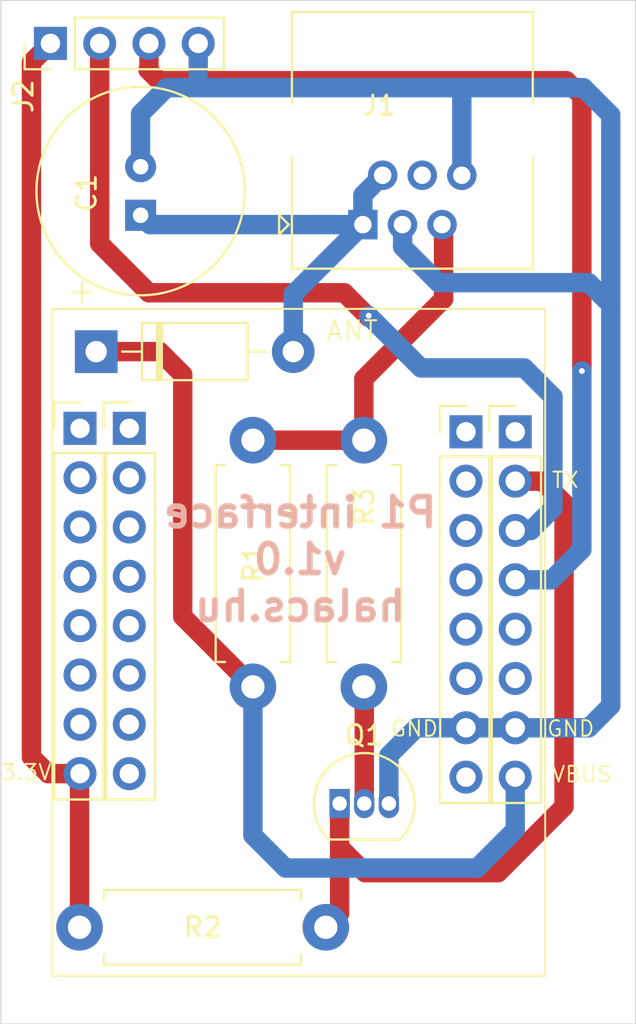
<source format=kicad_pcb>
(kicad_pcb (version 20240108) (generator "pcbnew") (generator_version "8.0")
  (layers (0 "F.Cu" signal) (31 "B.Cu" signal) (34 "B.Paste" user) (35 "F.Paste" user) (36 "B.SilkS" user "B.Silkscreen") (37 "F.SilkS" user "F.Silkscreen") (38 "B.Mask" user) (39 "F.Mask" user) (44 "Edge.Cuts" user))
  (net 0 "")
  (net 1 "Net-(D1-K)")
  (net 2 "+5V")
  (net 3 "GND")
  (net 4 "Net-(J1-Pad5)")
  (net 6 "Net-(Q1-C)")
  (net 7 "Net-(Q1-B)")
  (net 8 "+3.3V")
  (net 24 "Net-(J2-Pin_2)")
  (net 30 "Net-(J2-Pin_3)")
  (footprint "Package_TO_SOT_THT:TO-92_Inline" (layer "F.Cu") (at 145.2 63.21)
    (property "Reference" "Q1" (at 1.27 -3.52 0) (layer "F.SilkS"))
    (property "Value" "BC547")
    (fp_line (start -0.53 1.85) (end 3.07 1.85) (stroke (width 0.12)) (layer "F.SilkS"))
    (fp_arc (start -0.568478 1.838478) (mid -1.132087 -0.994977) (end 1.27 -2.6) (stroke (width 0.12)) (layer "F.SilkS"))
    (fp_arc (start 1.27 -2.6) (mid 3.672087 -0.994977) (end 3.108478 1.838478) (stroke (width 0.12)) (layer "F.SilkS"))
    (pad "1" thru_hole rect (at 0 0) (size 1.05 1.5) (drill 0.75) (layers "*.Cu" "*.Mask") (net 6 "Net-(Q1-C)"))
    (pad "2" thru_hole oval (at 1.27 0) (size 1.05 1.5) (drill 0.75) (layers "*.Cu" "*.Mask") (net 7 "Net-(Q1-B)"))
    (pad "3" thru_hole oval (at 2.54 0) (size 1.05 1.5) (drill 0.75) (layers "*.Cu" "*.Mask") (net 3 "GND"))
  )
  (footprint "Connector_RJ:RJ25_Wayconn_MJEA-660X1_Horizontal" (layer "F.Cu") (at 146.4 33.4 180)
    (property "Reference" "J1" (at -0.84 6.13 180) (layer "F.SilkS"))
    (property "Value" "RJ12")
    (fp_line (start 4.32 -0.5) (end 4.32 0.5) (stroke (width 0.12)) (layer "F.SilkS"))
    (fp_line (start 4.32 -0.5) (end 3.82 0) (stroke (width 0.12)) (layer "F.SilkS"))
    (fp_line (start 3.82 0) (end 4.32 0.5) (stroke (width 0.12)) (layer "F.SilkS"))
    (fp_line (start 3.66 6.22) (end 3.66 10.95) (stroke (width 0.12)) (layer "F.SilkS"))
    (fp_line (start 3.66 -2.27) (end 3.66 3.47) (stroke (width 0.12)) (layer "F.SilkS"))
    (fp_line (start -8.76 10.95) (end 3.66 10.95) (stroke (width 0.12)) (layer "F.SilkS"))
    (fp_line (start -8.76 6.22) (end -8.76 10.95) (stroke (width 0.12)) (layer "F.SilkS"))
    (fp_line (start -8.76 -2.27) (end 3.66 -2.27) (stroke (width 0.12)) (layer "F.SilkS"))
    (fp_line (start -8.76 -2.27) (end -8.76 3.47) (stroke (width 0.12)) (layer "F.SilkS"))
    (pad "" np_thru_hole circle (at -8.55 4.84 180) (size 2.3 2.3) (drill 2.3) (layers "*.Cu" "*.Mask"))
    (pad "" np_thru_hole circle (at 3.45 4.84 180) (size 2.3 2.3) (drill 2.3) (layers "*.Cu" "*.Mask"))
    (pad "1" thru_hole rect (at 0 0 180) (size 1.52 1.52) (drill 0.9) (layers "*.Cu" "*.Mask") (net 2 "+5V"))
    (pad "2" thru_hole circle (at -1.02 2.54 180) (size 1.52 1.52) (drill 0.9) (layers "*.Cu" "*.Mask") (net 2 "+5V"))
    (pad "3" thru_hole circle (at -2.04 0 180) (size 1.52 1.52) (drill 0.9) (layers "*.Cu" "*.Mask") (net 3 "GND"))
    (pad "4" thru_hole circle (at -3.06 2.54 180) (size 1.52 1.52) (drill 0.9) (layers "*.Cu" "*.Mask"))
    (pad "5" thru_hole circle (at -4.08 0 180) (size 1.52 1.52) (drill 0.9) (layers "*.Cu" "*.Mask") (net 4 "Net-(J1-Pad5)"))
    (pad "6" thru_hole circle (at -5.1 2.54 180) (size 1.52 1.52) (drill 0.9) (layers "*.Cu" "*.Mask") (net 3 "GND"))
  )
  (footprint "Connector_PinHeader_2.54mm:PinHeader_1x04_P2.54mm_Vertical" (layer "F.Cu") (at 130.29 24.07 90)
    (property "Reference" "J2" (at -2.72 -1.4 90) (layer "F.SilkS"))
    (property "Value" "I2C")
    (fp_line (start -1.33 -1.33) (end 0 -1.33) (stroke (width 0.12)) (layer "F.SilkS"))
    (fp_line (start -1.33 0) (end -1.33 -1.33) (stroke (width 0.12)) (layer "F.SilkS"))
    (fp_line (start 1.33 1.27) (end 1.33 8.95) (stroke (width 0.12)) (layer "F.SilkS"))
    (fp_line (start -1.33 1.27) (end 1.33 1.27) (stroke (width 0.12)) (layer "F.SilkS"))
    (fp_line (start -1.33 1.27) (end -1.33 8.95) (stroke (width 0.12)) (layer "F.SilkS"))
    (fp_line (start -1.33 8.95) (end 1.33 8.95) (stroke (width 0.12)) (layer "F.SilkS"))
    (pad "1" thru_hole rect (at 0 0 90) (size 1.7 1.7) (drill 1) (layers "*.Cu" "*.Mask") (net 8 "+3.3V"))
    (pad "2" thru_hole oval (at 0 2.54 90) (size 1.7 1.7) (drill 1) (layers "*.Cu" "*.Mask") (net 24 "Net-(J2-Pin_2)"))
    (pad "3" thru_hole oval (at 0 5.08 90) (size 1.7 1.7) (drill 1) (layers "*.Cu" "*.Mask") (net 30 "Net-(J2-Pin_3)"))
    (pad "4" thru_hole oval (at 0 7.62 90) (size 1.7 1.7) (drill 1) (layers "*.Cu" "*.Mask") (net 3 "GND"))
  )
  (footprint "Diode_THT:D_DO-41_SOD81_P10.16mm_Horizontal" (layer "F.Cu") (at 132.65 39.94)
    (property "Reference" "D1" (hide yes))
    (property "Value" "1N5819")
    (fp_line (start 1.34 0) (end 2.36 0) (stroke (width 0.12)) (layer "F.SilkS"))
    (fp_line (start 2.36 -1.47) (end 2.36 1.47) (stroke (width 0.12)) (layer "F.SilkS"))
    (fp_line (start 2.36 1.47) (end 7.8 1.47) (stroke (width 0.12)) (layer "F.SilkS"))
    (fp_line (start 3.14 -1.47) (end 3.14 1.47) (stroke (width 0.12)) (layer "F.SilkS"))
    (fp_line (start 3.26 -1.47) (end 3.26 1.47) (stroke (width 0.12)) (layer "F.SilkS"))
    (fp_line (start 3.38 -1.47) (end 3.38 1.47) (stroke (width 0.12)) (layer "F.SilkS"))
    (fp_line (start 7.8 -1.47) (end 2.36 -1.47) (stroke (width 0.12)) (layer "F.SilkS"))
    (fp_line (start 7.8 1.47) (end 7.8 -1.47) (stroke (width 0.12)) (layer "F.SilkS"))
    (fp_line (start 8.82 0) (end 7.8 0) (stroke (width 0.12)) (layer "F.SilkS"))
    (pad "1" thru_hole rect (at 0 0) (size 2.2 2.2) (drill 1.1) (layers "*.Cu" "*.Mask") (net 1 "Net-(D1-K)"))
    (pad "2" thru_hole oval (at 10.16 0) (size 2.2 2.2) (drill 1.1) (layers "*.Cu" "*.Mask") (net 2 "+5V"))
  )
  (footprint "Resistor_THT:R_Axial_DIN0411_L9.9mm_D3.6mm_P12.70mm_Horizontal" (layer "F.Cu") (at 140.73 57.199999 90)
    (property "Reference" "R1" (at 6.35 0 -90) (layer "F.SilkS"))
    (property "Value" "10K")
    (fp_line (start 11.42 -1.92) (end 11.42 -1.44) (stroke (width 0.12)) (layer "F.SilkS"))
    (fp_line (start 1.28 -1.92) (end 11.42 -1.92) (stroke (width 0.12)) (layer "F.SilkS"))
    (fp_line (start 1.28 -1.44) (end 1.28 -1.92) (stroke (width 0.12)) (layer "F.SilkS"))
    (fp_line (start 1.28 1.44) (end 1.28 1.92) (stroke (width 0.12)) (layer "F.SilkS"))
    (fp_line (start 11.42 1.92) (end 11.42 1.44) (stroke (width 0.12)) (layer "F.SilkS"))
    (fp_line (start 1.28 1.92) (end 11.42 1.92) (stroke (width 0.12)) (layer "F.SilkS"))
    (pad "1" thru_hole circle (at 0 0 90) (size 2.4 2.4) (drill 1.2) (layers "*.Cu" "*.Mask") (net 1 "Net-(D1-K)"))
    (pad "2" thru_hole oval (at 12.7 0 90) (size 2.4 2.4) (drill 1.2) (layers "*.Cu" "*.Mask") (net 4 "Net-(J1-Pad5)"))
  )
  (footprint "Capacitor_THT:CP_Radial_Tantal_D10.5mm_P2.50mm" (layer "F.Cu") (at 134.94 32.92 90)
    (property "Reference" "C1" (at 1.148934 -2.790001 -90) (layer "F.SilkS"))
    (property "Value" "C" (hide yes))
    (fp_line (start -3.972133 -3.54) (end -3.972133 -2.49) (stroke (width 0.12)) (layer "F.SilkS"))
    (fp_line (start -4.497133 -3.015) (end -3.447133 -3.015) (stroke (width 0.12)) (layer "F.SilkS"))
    (fp_circle (center 1.25 0) (end 6.62 0) (stroke (width 0.12)) (fill none) (layer "F.SilkS"))
    (pad "1" thru_hole rect (at 0 0 90) (size 1.6 1.6) (drill 0.8) (layers "*.Cu" "*.Mask") (net 2 "+5V"))
    (pad "2" thru_hole circle (at 2.5 0 90) (size 1.6 1.6) (drill 0.8) (layers "*.Cu" "*.Mask") (net 3 "GND"))
  )
  (footprint "Resistor_THT:R_Axial_DIN0411_L9.9mm_D3.6mm_P12.70mm_Horizontal" (layer "F.Cu") (at 146.450001 44.5 -90)
    (property "Reference" "R3" (at 3.420001 0 90) (layer "F.SilkS"))
    (property "Value" "1K")
    (fp_line (start 1.28 1.92) (end 11.42 1.92) (stroke (width 0.12)) (layer "F.SilkS"))
    (fp_line (start 11.42 1.92) (end 11.42 1.44) (stroke (width 0.12)) (layer "F.SilkS"))
    (fp_line (start 1.28 1.44) (end 1.28 1.92) (stroke (width 0.12)) (layer "F.SilkS"))
    (fp_line (start 1.28 -1.44) (end 1.28 -1.92) (stroke (width 0.12)) (layer "F.SilkS"))
    (fp_line (start 1.28 -1.92) (end 11.42 -1.92) (stroke (width 0.12)) (layer "F.SilkS"))
    (fp_line (start 11.42 -1.92) (end 11.42 -1.44) (stroke (width 0.12)) (layer "F.SilkS"))
    (pad "1" thru_hole circle (at 0 0 270) (size 2.4 2.4) (drill 1.2) (layers "*.Cu" "*.Mask") (net 4 "Net-(J1-Pad5)"))
    (pad "2" thru_hole oval (at 12.7 0 270) (size 2.4 2.4) (drill 1.2) (layers "*.Cu" "*.Mask") (net 7 "Net-(Q1-B)"))
  )
  (footprint "Resistor_THT:R_Axial_DIN0411_L9.9mm_D3.6mm_P12.70mm_Horizontal" (layer "F.Cu") (at 131.79 69.58)
    (property "Reference" "R2" (at 6.35 0 0) (layer "F.SilkS"))
    (property "Value" "1K")
    (fp_line (start 1.28 -1.92) (end 11.42 -1.92) (stroke (width 0.12)) (layer "F.SilkS"))
    (fp_line (start 1.28 -1.44) (end 1.28 -1.92) (stroke (width 0.12)) (layer "F.SilkS"))
    (fp_line (start 1.28 1.44) (end 1.28 1.92) (stroke (width 0.12)) (layer "F.SilkS"))
    (fp_line (start 1.28 1.92) (end 11.42 1.92) (stroke (width 0.12)) (layer "F.SilkS"))
    (fp_line (start 11.42 -1.92) (end 11.42 -1.44) (stroke (width 0.12)) (layer "F.SilkS"))
    (fp_line (start 11.42 1.92) (end 11.42 1.44) (stroke (width 0.12)) (layer "F.SilkS"))
    (pad "1" thru_hole circle (at 0 0) (size 2.4 2.4) (drill 1.2) (layers "*.Cu" "*.Mask") (net 8 "+3.3V"))
    (pad "2" thru_hole oval (at 12.7 0) (size 2.4 2.4) (drill 1.2) (layers "*.Cu" "*.Mask") (net 6 "Net-(Q1-C)"))
  )
  (footprint "MyLibrary:wemos s3 mini" (layer "F.Cu") (at 142.785 43.8)
    (property "Reference" "U1" (hide yes))
    (property "Value" "~" (hide yes))
    (fp_line (start -12.3 -1.24) (end -10.97 -1.24) (stroke (width 0.12)) (layer "F.SilkS"))
    (fp_line (start -12.3 0.09) (end -12.3 -1.24) (stroke (width 0.12)) (layer "F.SilkS"))
    (fp_line (start -12.3 1.36) (end -12.3 19.2) (stroke (width 0.12)) (layer "F.SilkS"))
    (fp_line (start -12.3 1.36) (end -9.64 1.36) (stroke (width 0.12)) (layer "F.SilkS"))
    (fp_line (start -12.3 19.2) (end -9.64 19.2) (stroke (width 0.12)) (layer "F.SilkS"))
    (fp_line (start -9.76 -1.24) (end -8.43 -1.24) (stroke (width 0.12)) (layer "F.SilkS"))
    (fp_line (start -9.76 0.09) (end -9.76 -1.24) (stroke (width 0.12)) (layer "F.SilkS"))
    (fp_line (start -9.76 1.36) (end -9.76 19.2) (stroke (width 0.12)) (layer "F.SilkS"))
    (fp_line (start -9.76 1.36) (end -7.1 1.36) (stroke (width 0.12)) (layer "F.SilkS"))
    (fp_line (start -9.76 19.2) (end -7.1 19.2) (stroke (width 0.12)) (layer "F.SilkS"))
    (fp_line (start -9.64 1.36) (end -9.64 19.2) (stroke (width 0.12)) (layer "F.SilkS"))
    (fp_line (start -7.1 1.36) (end -7.1 19.2) (stroke (width 0.12)) (layer "F.SilkS"))
    (fp_line (start 7.6 -1.06) (end 8.93 -1.06) (stroke (width 0.12)) (layer "F.SilkS"))
    (fp_line (start 7.6 0.27) (end 7.6 -1.06) (stroke (width 0.12)) (layer "F.SilkS"))
    (fp_line (start 7.6 1.54) (end 7.6 19.38) (stroke (width 0.12)) (layer "F.SilkS"))
    (fp_line (start 7.6 1.54) (end 10.26 1.54) (stroke (width 0.12)) (layer "F.SilkS"))
    (fp_line (start 7.6 19.38) (end 10.26 19.38) (stroke (width 0.12)) (layer "F.SilkS"))
    (fp_line (start 10.14 -1.06) (end 11.47 -1.06) (stroke (width 0.12)) (layer "F.SilkS"))
    (fp_line (start 10.14 0.27) (end 10.14 -1.06) (stroke (width 0.12)) (layer "F.SilkS"))
    (fp_line (start 10.14 1.54) (end 10.14 19.38) (stroke (width 0.12)) (layer "F.SilkS"))
    (fp_line (start 10.14 1.54) (end 12.8 1.54) (stroke (width 0.12)) (layer "F.SilkS"))
    (fp_line (start 10.14 19.38) (end 12.8 19.38) (stroke (width 0.12)) (layer "F.SilkS"))
    (fp_line (start 10.26 1.54) (end 10.26 19.38) (stroke (width 0.12)) (layer "F.SilkS"))
    (fp_line (start 12.8 1.54) (end 12.8 19.38) (stroke (width 0.12)) (layer "F.SilkS"))
    (fp_rect (start -12.395 -6.06) (end 13.015 28.28) (stroke (width 0.1)) (fill none) (layer "F.SilkS"))
    (pad "1" thru_hole rect (at -10.97 0.09) (size 1.7 1.7) (drill 1) (layers "*.Cu" "*.Mask"))
    (pad "2" thru_hole oval (at -10.97 2.63) (size 1.7 1.7) (drill 1) (layers "*.Cu" "*.Mask"))
    (pad "3" thru_hole oval (at -10.97 5.17) (size 1.7 1.7) (drill 1) (layers "*.Cu" "*.Mask"))
    (pad "4" thru_hole oval (at -10.97 7.71) (size 1.7 1.7) (drill 1) (layers "*.Cu" "*.Mask"))
    (pad "5" thru_hole oval (at -10.97 10.25) (size 1.7 1.7) (drill 1) (layers "*.Cu" "*.Mask"))
    (pad "6" thru_hole oval (at -10.97 12.79) (size 1.7 1.7) (drill 1) (layers "*.Cu" "*.Mask"))
    (pad "7" thru_hole oval (at -10.97 15.33) (size 1.7 1.7) (drill 1) (layers "*.Cu" "*.Mask"))
    (pad "8" thru_hole oval (at -10.97 17.87) (size 1.7 1.7) (drill 1) (layers "*.Cu" "*.Mask") (net 8 "+3.3V"))
    (pad "9" thru_hole rect (at -8.43 0.09) (size 1.7 1.7) (drill 1) (layers "*.Cu" "*.Mask"))
    (pad "10" thru_hole oval (at -8.43 2.63) (size 1.7 1.7) (drill 1) (layers "*.Cu" "*.Mask"))
    (pad "11" thru_hole oval (at -8.43 5.17) (size 1.7 1.7) (drill 1) (layers "*.Cu" "*.Mask"))
    (pad "12" thru_hole oval (at -8.43 7.71) (size 1.7 1.7) (drill 1) (layers "*.Cu" "*.Mask"))
    (pad "13" thru_hole oval (at -8.43 10.25) (size 1.7 1.7) (drill 1) (layers "*.Cu" "*.Mask"))
    (pad "14" thru_hole oval (at -8.43 12.79) (size 1.7 1.7) (drill 1) (layers "*.Cu" "*.Mask"))
    (pad "15" thru_hole oval (at -8.43 15.33) (size 1.7 1.7) (drill 1) (layers "*.Cu" "*.Mask"))
    (pad "16" thru_hole oval (at -8.43 17.87) (size 1.7 1.7) (drill 1) (layers "*.Cu" "*.Mask"))
    (pad "17" thru_hole rect (at 8.93 0.27) (size 1.7 1.7) (drill 1) (layers "*.Cu" "*.Mask"))
    (pad "18" thru_hole oval (at 8.93 2.81) (size 1.7 1.7) (drill 1) (layers "*.Cu" "*.Mask"))
    (pad "19" thru_hole oval (at 8.93 5.35) (size 1.7 1.7) (drill 1) (layers "*.Cu" "*.Mask"))
    (pad "20" thru_hole oval (at 8.93 7.89) (size 1.7 1.7) (drill 1) (layers "*.Cu" "*.Mask"))
    (pad "21" thru_hole oval (at 8.93 10.43) (size 1.7 1.7) (drill 1) (layers "*.Cu" "*.Mask"))
    (pad "22" thru_hole oval (at 8.93 12.97) (size 1.7 1.7) (drill 1) (layers "*.Cu" "*.Mask"))
    (pad "23" thru_hole oval (at 8.93 15.51) (size 1.7 1.7) (drill 1) (layers "*.Cu" "*.Mask") (net 3 "GND"))
    (pad "24" thru_hole oval (at 8.93 18.05) (size 1.7 1.7) (drill 1) (layers "*.Cu" "*.Mask"))
    (pad "25" thru_hole rect (at 11.47 0.27) (size 1.7 1.7) (drill 1) (layers "*.Cu" "*.Mask"))
    (pad "26" thru_hole oval (at 11.47 2.81) (size 1.7 1.7) (drill 1) (layers "*.Cu" "*.Mask") (net 6 "Net-(Q1-C)"))
    (pad "27" thru_hole oval (at 11.47 5.35) (size 1.7 1.7) (drill 1) (layers "*.Cu" "*.Mask") (net 24 "Net-(J2-Pin_2)"))
    (pad "28" thru_hole oval (at 11.47 7.89) (size 1.7 1.7) (drill 1) (layers "*.Cu" "*.Mask") (net 30 "Net-(J2-Pin_3)"))
    (pad "29" thru_hole oval (at 11.47 10.43) (size 1.7 1.7) (drill 1) (layers "*.Cu" "*.Mask"))
    (pad "30" thru_hole oval (at 11.47 12.97) (size 1.7 1.7) (drill 1) (layers "*.Cu" "*.Mask"))
    (pad "31" thru_hole oval (at 11.47 15.51) (size 1.7 1.7) (drill 1) (layers "*.Cu" "*.Mask") (net 3 "GND"))
    (pad "32" thru_hole oval (at 11.47 18.05) (size 1.7 1.7) (drill 1) (layers "*.Cu" "*.Mask") (net 1 "Net-(D1-K)"))
  )
  (gr_rect (start 127.74 21.86) (end 160.46 74.56) (stroke (width 0.05)) (fill none) (layer "Edge.Cuts"))
  (gr_text "P1 interface\nv1.0\nhalacs.hu" (at 143.16 53.93 0) (layer "B.SilkS") (effects (font (size 1.5 1.5) (thickness 0.3) (bold yes)) (justify bottom mirror)))
  (gr_text "GND" (at 155.83 59.82 0) (layer "F.SilkS") (effects (font (size 0.8 0.8) (thickness 0.1)) (justify left bottom)))
  (gr_text "TX" (at 156.08 47.02 0) (layer "F.SilkS") (effects (font (size 0.8 0.8) (thickness 0.1)) (justify left bottom)))
  (gr_text "ANT" (at 144.45 39.45 0) (layer "F.SilkS") (effects (font (size 1 1) (thickness 0.1)) (justify left bottom)))
  (gr_text "GND" (at 147.77 59.82 0) (layer "F.SilkS") (effects (font (size 0.8 0.8) (thickness 0.1)) (justify left bottom)))
  (gr_text "3.3V" (at 127.69 62.07 0) (layer "F.SilkS") (effects (font (size 0.8 0.8) (thickness 0.1)) (justify left bottom)))
  (gr_text "VBUS" (at 156.08 62.17 0) (layer "F.SilkS") (effects (font (size 0.8 0.8) (thickness 0.1)) (justify left bottom)))
  (segment (start 137.11 41.12) (end 137.11 53.579999) (width 1) (layer "F.Cu") (net 1))
  (segment (start 135.93 39.94) (end 137.11 41.12) (width 1) (layer "F.Cu") (net 1))
  (segment (start 132.65 39.94) (end 135.93 39.94) (width 1) (layer "F.Cu") (net 1))
  (segment (start 137.11 53.579999) (end 140.73 57.199999) (width 1) (layer "F.Cu") (net 1))
  (segment (start 152.29 66.53) (end 154.255 64.565) (width 1) (layer "B.Cu") (net 1))
  (segment (start 142.41 66.53) (end 152.29 66.53) (width 1) (layer "B.Cu") (net 1))
  (segment (start 154.255 64.565) (end 154.255 61.85) (width 1) (layer "B.Cu") (net 1))
  (segment (start 140.73 64.85) (end 142.41 66.53) (width 1) (layer "B.Cu") (net 1))
  (segment (start 140.73 57.199999) (end 140.73 64.85) (width 1) (layer "B.Cu") (net 1))
  (segment (start 146.4 33.4) (end 135.42 33.4) (width 1) (layer "B.Cu") (net 2))
  (segment (start 135.42 33.4) (end 134.94 32.92) (width 1) (layer "B.Cu") (net 2))
  (segment (start 142.81 39.94) (end 142.81 36.99) (width 1) (layer "B.Cu") (net 2))
  (segment (start 142.81 36.99) (end 146.4 33.4) (width 1) (layer "B.Cu") (net 2))
  (segment (start 146.4 31.88) (end 147.42 30.86) (width 1) (layer "B.Cu") (net 2))
  (segment (start 146.4 33.4) (end 146.4 31.88) (width 1) (layer "B.Cu") (net 2))
  (segment (start 151.5 26.56) (end 151.71 26.35) (width 1) (layer "B.Cu") (net 3))
  (segment (start 154.255 59.31) (end 158.04 59.31) (width 1) (layer "B.Cu") (net 3))
  (segment (start 150.29 36.39) (end 148.45 34.55) (width 1) (layer "B.Cu") (net 3))
  (segment (start 134.94 30.42) (end 134.94 27.69) (width 1) (layer "B.Cu") (net 3))
  (segment (start 148.45 34.55) (end 148.45 33.41) (width 1) (layer "B.Cu") (net 3))
  (segment (start 159.18 58.17) (end 159.18 37.53) (width 1) (layer "B.Cu") (net 3))
  (segment (start 137.91 24.07) (end 137.91 26.32) (width 1) (layer "B.Cu") (net 3))
  (segment (start 158.04 36.39) (end 159.18 37.53) (width 1) (layer "B.Cu") (net 3))
  (segment (start 147.74 63.21) (end 147.74 60.73) (width 1) (layer "B.Cu") (net 3))
  (segment (start 159.18 37.53) (end 159.18 27.76) (width 1) (layer "B.Cu") (net 3))
  (segment (start 147.74 60.73) (end 149.16 59.31) (width 1) (layer "B.Cu") (net 3))
  (segment (start 158.04 59.31) (end 159.18 58.17) (width 1) (layer "B.Cu") (net 3))
  (segment (start 134.94 27.69) (end 136.28 26.35) (width 1) (layer "B.Cu") (net 3))
  (segment (start 137.91 26.32) (end 137.88 26.35) (width 1) (layer "B.Cu") (net 3))
  (segment (start 154.255 59.31) (end 151.715 59.31) (width 1) (layer "B.Cu") (net 3))
  (segment (start 159.18 27.76) (end 157.77 26.35) (width 1) (layer "B.Cu") (net 3))
  (segment (start 136.28 26.35) (end 137.88 26.35) (width 1) (layer "B.Cu") (net 3))
  (segment (start 157.77 26.35) (end 137.88 26.35) (width 1) (layer "B.Cu") (net 3))
  (segment (start 150.29 36.39) (end 158.04 36.39) (width 1) (layer "B.Cu") (net 3))
  (segment (start 151.5 30.86) (end 151.5 26.56) (width 1) (layer "B.Cu") (net 3))
  (segment (start 149.16 59.31) (end 151.715 59.31) (width 1) (layer "B.Cu") (net 3))
  (segment (start 148.45 33.41) (end 148.44 33.4) (width 1) (layer "B.Cu") (net 3))
  (segment (start 150.56 33.48) (end 150.56 37.23) (width 1) (layer "F.Cu") (net 4))
  (segment (start 146.450001 44.5) (end 140.73 44.5) (width 1) (layer "F.Cu") (net 4))
  (segment (start 150.56 37.23) (end 146.450001 41.339999) (width 1) (layer "F.Cu") (net 4))
  (segment (start 150.48 33.4) (end 150.56 33.48) (width 1) (layer "F.Cu") (net 4))
  (segment (start 146.450001 41.339999) (end 146.450001 44.5) (width 1) (layer "F.Cu") (net 4))
  (segment (start 156.77 63.37) (end 153.37 66.77) (width 1) (layer "F.Cu") (net 6))
  (segment (start 145.2 63.21) (end 145.2 65.46) (width 1) (layer "F.Cu") (net 6))
  (segment (start 155.65 46.61) (end 156.77 47.73) (width 1) (layer "F.Cu") (net 6))
  (segment (start 153.37 66.77) (end 146.51 66.77) (width 1) (layer "F.Cu") (net 6))
  (segment (start 145.2 65.46) (end 145.2 68.87) (width 1) (layer "F.Cu") (net 6))
  (segment (start 154.255 46.61) (end 155.65 46.61) (width 1) (layer "F.Cu") (net 6))
  (segment (start 156.77 47.73) (end 156.77 63.37) (width 1) (layer "F.Cu") (net 6))
  (segment (start 146.51 66.77) (end 145.2 65.46) (width 1) (layer "F.Cu") (net 6))
  (segment (start 145.2 68.87) (end 144.49 69.58) (width 1) (layer "F.Cu") (net 6))
  (segment (start 146.47 63.21) (end 146.47 57.219999) (width 1) (layer "F.Cu") (net 7))
  (segment (start 146.47 57.219999) (end 146.450001 57.2) (width 1) (layer "F.Cu") (net 7))
  (segment (start 131.79 61.695) (end 131.815 61.67) (width 1) (layer "F.Cu") (net 8))
  (segment (start 129.31 60.81) (end 130.17 61.67) (width 1) (layer "F.Cu") (net 8))
  (segment (start 129.31 25.05) (end 129.31 60.81) (width 1) (layer "F.Cu") (net 8))
  (segment (start 131.79 69.58) (end 131.79 61.695) (width 1) (layer "F.Cu") (net 8))
  (segment (start 130.29 24.07) (end 129.31 25.05) (width 1) (layer "F.Cu") (net 8))
  (segment (start 130.17 61.67) (end 131.815 61.67) (width 1) (layer "F.Cu") (net 8))
  (segment (start 146.62 38.09) (end 146.7 38.09) (width 1) (layer "F.Cu") (net 24))
  (segment (start 145.44 36.91) (end 146.62 38.09) (width 1) (layer "F.Cu") (net 24))
  (segment (start 135.36 36.91) (end 145.44 36.91) (width 1) (layer "F.Cu") (net 24))
  (segment (start 132.83 34.38) (end 135.36 36.91) (width 1) (layer "F.Cu") (net 24))
  (segment (start 146.7 38.09) (end 146.7 38.17) (width 1) (layer "F.Cu") (net 24))
  (segment (start 146.7 38.17) (end 146.66 38.13) (width 1) (layer "F.Cu") (net 24))
  (segment (start 132.83 24.07) (end 132.83 34.38) (width 1) (layer "F.Cu") (net 24))
  (via (at 146.7 38.09) (size 0.6) (drill 0.3) (layers "F.Cu" "B.Cu") (net 24))
  (segment (start 155.06 49.15) (end 154.255 49.15) (width 1) (layer "B.Cu") (net 24))
  (segment (start 149.39 40.78) (end 154.72 40.78) (width 1) (layer "B.Cu") (net 24))
  (segment (start 156.2 42.26) (end 156.2 48.01) (width 1) (layer "B.Cu") (net 24))
  (segment (start 154.72 40.78) (end 156.2 42.26) (width 1) (layer "B.Cu") (net 24))
  (segment (start 146.7 38.09) (end 149.39 40.78) (width 1) (layer "B.Cu") (net 24))
  (segment (start 156.2 48.01) (end 155.06 49.15) (width 1) (layer "B.Cu") (net 24))
  (segment (start 157.69 40.94) (end 157.69 26.79) (width 1) (layer "F.Cu") (net 30))
  (segment (start 157.69 26.79) (end 156.89 25.99) (width 1) (layer "F.Cu") (net 30))
  (segment (start 135.37 25.38) (end 135.37 24.07) (width 1) (layer "F.Cu") (net 30))
  (segment (start 135.32 25.43) (end 135.37 25.38) (width 1) (layer "F.Cu") (net 30))
  (segment (start 156.89 25.99) (end 135.88 25.99) (width 1) (layer "F.Cu") (net 30))
  (segment (start 135.88 25.99) (end 135.32 25.43) (width 1) (layer "F.Cu") (net 30))
  (via (at 157.69 40.94) (size 0.6) (drill 0.3) (layers "F.Cu" "B.Cu") (net 30))
  (segment (start 157.69 40.94) (end 157.69 50.13) (width 1) (layer "B.Cu") (net 30))
  (segment (start 156.13 51.69) (end 154.255 51.69) (width 1) (layer "B.Cu") (net 30))
  (segment (start 157.69 50.13) (end 156.13 51.69) (width 1) (layer "B.Cu") (net 30))
)
</source>
